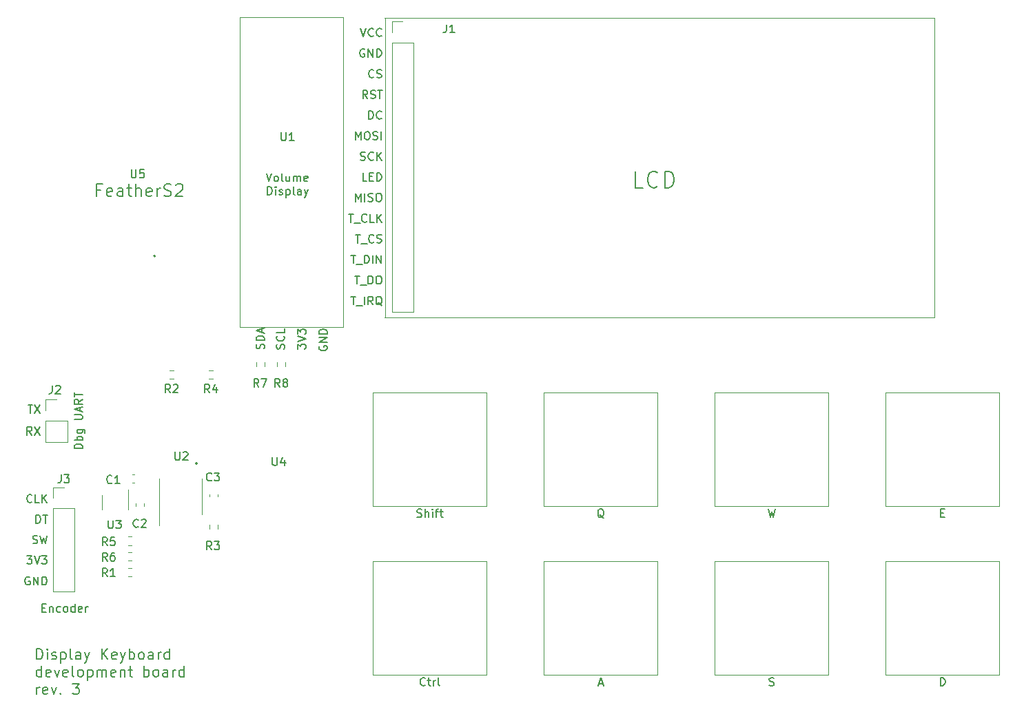
<source format=gbr>
%TF.GenerationSoftware,KiCad,Pcbnew,(5.1.9)-1*%
%TF.CreationDate,2021-03-23T20:34:14-07:00*%
%TF.ProjectId,Keyboard Proto,4b657962-6f61-4726-9420-50726f746f2e,rev?*%
%TF.SameCoordinates,Original*%
%TF.FileFunction,Legend,Top*%
%TF.FilePolarity,Positive*%
%FSLAX46Y46*%
G04 Gerber Fmt 4.6, Leading zero omitted, Abs format (unit mm)*
G04 Created by KiCad (PCBNEW (5.1.9)-1) date 2021-03-23 20:34:14*
%MOMM*%
%LPD*%
G01*
G04 APERTURE LIST*
%ADD10C,0.220000*%
%ADD11C,0.150000*%
%ADD12C,0.200000*%
%ADD13C,0.120000*%
G04 APERTURE END LIST*
D10*
X113474500Y-112268000D02*
G75*
G03*
X113474500Y-112268000I-63500J0D01*
G01*
D11*
X121991761Y-76605380D02*
X122325095Y-77605380D01*
X122658428Y-76605380D01*
X123134619Y-77605380D02*
X123039380Y-77557761D01*
X122991761Y-77510142D01*
X122944142Y-77414904D01*
X122944142Y-77129190D01*
X122991761Y-77033952D01*
X123039380Y-76986333D01*
X123134619Y-76938714D01*
X123277476Y-76938714D01*
X123372714Y-76986333D01*
X123420333Y-77033952D01*
X123467952Y-77129190D01*
X123467952Y-77414904D01*
X123420333Y-77510142D01*
X123372714Y-77557761D01*
X123277476Y-77605380D01*
X123134619Y-77605380D01*
X124039380Y-77605380D02*
X123944142Y-77557761D01*
X123896523Y-77462523D01*
X123896523Y-76605380D01*
X124848904Y-76938714D02*
X124848904Y-77605380D01*
X124420333Y-76938714D02*
X124420333Y-77462523D01*
X124467952Y-77557761D01*
X124563190Y-77605380D01*
X124706047Y-77605380D01*
X124801285Y-77557761D01*
X124848904Y-77510142D01*
X125325095Y-77605380D02*
X125325095Y-76938714D01*
X125325095Y-77033952D02*
X125372714Y-76986333D01*
X125467952Y-76938714D01*
X125610809Y-76938714D01*
X125706047Y-76986333D01*
X125753666Y-77081571D01*
X125753666Y-77605380D01*
X125753666Y-77081571D02*
X125801285Y-76986333D01*
X125896523Y-76938714D01*
X126039380Y-76938714D01*
X126134619Y-76986333D01*
X126182238Y-77081571D01*
X126182238Y-77605380D01*
X127039380Y-77557761D02*
X126944142Y-77605380D01*
X126753666Y-77605380D01*
X126658428Y-77557761D01*
X126610809Y-77462523D01*
X126610809Y-77081571D01*
X126658428Y-76986333D01*
X126753666Y-76938714D01*
X126944142Y-76938714D01*
X127039380Y-76986333D01*
X127087000Y-77081571D01*
X127087000Y-77176809D01*
X126610809Y-77272047D01*
X122134619Y-79255380D02*
X122134619Y-78255380D01*
X122372714Y-78255380D01*
X122515571Y-78303000D01*
X122610809Y-78398238D01*
X122658428Y-78493476D01*
X122706047Y-78683952D01*
X122706047Y-78826809D01*
X122658428Y-79017285D01*
X122610809Y-79112523D01*
X122515571Y-79207761D01*
X122372714Y-79255380D01*
X122134619Y-79255380D01*
X123134619Y-79255380D02*
X123134619Y-78588714D01*
X123134619Y-78255380D02*
X123087000Y-78303000D01*
X123134619Y-78350619D01*
X123182238Y-78303000D01*
X123134619Y-78255380D01*
X123134619Y-78350619D01*
X123563190Y-79207761D02*
X123658428Y-79255380D01*
X123848904Y-79255380D01*
X123944142Y-79207761D01*
X123991761Y-79112523D01*
X123991761Y-79064904D01*
X123944142Y-78969666D01*
X123848904Y-78922047D01*
X123706047Y-78922047D01*
X123610809Y-78874428D01*
X123563190Y-78779190D01*
X123563190Y-78731571D01*
X123610809Y-78636333D01*
X123706047Y-78588714D01*
X123848904Y-78588714D01*
X123944142Y-78636333D01*
X124420333Y-78588714D02*
X124420333Y-79588714D01*
X124420333Y-78636333D02*
X124515571Y-78588714D01*
X124706047Y-78588714D01*
X124801285Y-78636333D01*
X124848904Y-78683952D01*
X124896523Y-78779190D01*
X124896523Y-79064904D01*
X124848904Y-79160142D01*
X124801285Y-79207761D01*
X124706047Y-79255380D01*
X124515571Y-79255380D01*
X124420333Y-79207761D01*
X125467952Y-79255380D02*
X125372714Y-79207761D01*
X125325095Y-79112523D01*
X125325095Y-78255380D01*
X126277476Y-79255380D02*
X126277476Y-78731571D01*
X126229857Y-78636333D01*
X126134619Y-78588714D01*
X125944142Y-78588714D01*
X125848904Y-78636333D01*
X126277476Y-79207761D02*
X126182238Y-79255380D01*
X125944142Y-79255380D01*
X125848904Y-79207761D01*
X125801285Y-79112523D01*
X125801285Y-79017285D01*
X125848904Y-78922047D01*
X125944142Y-78874428D01*
X126182238Y-78874428D01*
X126277476Y-78826809D01*
X126658428Y-78588714D02*
X126896523Y-79255380D01*
X127134619Y-78588714D02*
X126896523Y-79255380D01*
X126801285Y-79493476D01*
X126753666Y-79541095D01*
X126658428Y-79588714D01*
X99385380Y-110441952D02*
X98385380Y-110441952D01*
X98385380Y-110203857D01*
X98433000Y-110061000D01*
X98528238Y-109965761D01*
X98623476Y-109918142D01*
X98813952Y-109870523D01*
X98956809Y-109870523D01*
X99147285Y-109918142D01*
X99242523Y-109965761D01*
X99337761Y-110061000D01*
X99385380Y-110203857D01*
X99385380Y-110441952D01*
X99385380Y-109441952D02*
X98385380Y-109441952D01*
X98766333Y-109441952D02*
X98718714Y-109346714D01*
X98718714Y-109156238D01*
X98766333Y-109061000D01*
X98813952Y-109013380D01*
X98909190Y-108965761D01*
X99194904Y-108965761D01*
X99290142Y-109013380D01*
X99337761Y-109061000D01*
X99385380Y-109156238D01*
X99385380Y-109346714D01*
X99337761Y-109441952D01*
X98718714Y-108108619D02*
X99528238Y-108108619D01*
X99623476Y-108156238D01*
X99671095Y-108203857D01*
X99718714Y-108299095D01*
X99718714Y-108441952D01*
X99671095Y-108537190D01*
X99337761Y-108108619D02*
X99385380Y-108203857D01*
X99385380Y-108394333D01*
X99337761Y-108489571D01*
X99290142Y-108537190D01*
X99194904Y-108584809D01*
X98909190Y-108584809D01*
X98813952Y-108537190D01*
X98766333Y-108489571D01*
X98718714Y-108394333D01*
X98718714Y-108203857D01*
X98766333Y-108108619D01*
X98385380Y-106870523D02*
X99194904Y-106870523D01*
X99290142Y-106822904D01*
X99337761Y-106775285D01*
X99385380Y-106680047D01*
X99385380Y-106489571D01*
X99337761Y-106394333D01*
X99290142Y-106346714D01*
X99194904Y-106299095D01*
X98385380Y-106299095D01*
X99099666Y-105870523D02*
X99099666Y-105394333D01*
X99385380Y-105965761D02*
X98385380Y-105632428D01*
X99385380Y-105299095D01*
X99385380Y-104394333D02*
X98909190Y-104727666D01*
X99385380Y-104965761D02*
X98385380Y-104965761D01*
X98385380Y-104584809D01*
X98433000Y-104489571D01*
X98480619Y-104441952D01*
X98575857Y-104394333D01*
X98718714Y-104394333D01*
X98813952Y-104441952D01*
X98861571Y-104489571D01*
X98909190Y-104584809D01*
X98909190Y-104965761D01*
X98385380Y-104108619D02*
X98385380Y-103537190D01*
X99385380Y-103822904D02*
X98385380Y-103822904D01*
D12*
X101660042Y-78658257D02*
X101160042Y-78658257D01*
X101160042Y-79443971D02*
X101160042Y-77943971D01*
X101874328Y-77943971D01*
X103017185Y-79372542D02*
X102874328Y-79443971D01*
X102588614Y-79443971D01*
X102445757Y-79372542D01*
X102374328Y-79229685D01*
X102374328Y-78658257D01*
X102445757Y-78515400D01*
X102588614Y-78443971D01*
X102874328Y-78443971D01*
X103017185Y-78515400D01*
X103088614Y-78658257D01*
X103088614Y-78801114D01*
X102374328Y-78943971D01*
X104374328Y-79443971D02*
X104374328Y-78658257D01*
X104302900Y-78515400D01*
X104160042Y-78443971D01*
X103874328Y-78443971D01*
X103731471Y-78515400D01*
X104374328Y-79372542D02*
X104231471Y-79443971D01*
X103874328Y-79443971D01*
X103731471Y-79372542D01*
X103660042Y-79229685D01*
X103660042Y-79086828D01*
X103731471Y-78943971D01*
X103874328Y-78872542D01*
X104231471Y-78872542D01*
X104374328Y-78801114D01*
X104874328Y-78443971D02*
X105445757Y-78443971D01*
X105088614Y-77943971D02*
X105088614Y-79229685D01*
X105160042Y-79372542D01*
X105302900Y-79443971D01*
X105445757Y-79443971D01*
X105945757Y-79443971D02*
X105945757Y-77943971D01*
X106588614Y-79443971D02*
X106588614Y-78658257D01*
X106517185Y-78515400D01*
X106374328Y-78443971D01*
X106160042Y-78443971D01*
X106017185Y-78515400D01*
X105945757Y-78586828D01*
X107874328Y-79372542D02*
X107731471Y-79443971D01*
X107445757Y-79443971D01*
X107302900Y-79372542D01*
X107231471Y-79229685D01*
X107231471Y-78658257D01*
X107302900Y-78515400D01*
X107445757Y-78443971D01*
X107731471Y-78443971D01*
X107874328Y-78515400D01*
X107945757Y-78658257D01*
X107945757Y-78801114D01*
X107231471Y-78943971D01*
X108588614Y-79443971D02*
X108588614Y-78443971D01*
X108588614Y-78729685D02*
X108660042Y-78586828D01*
X108731471Y-78515400D01*
X108874328Y-78443971D01*
X109017185Y-78443971D01*
X109445757Y-79372542D02*
X109660042Y-79443971D01*
X110017185Y-79443971D01*
X110160042Y-79372542D01*
X110231471Y-79301114D01*
X110302900Y-79158257D01*
X110302900Y-79015400D01*
X110231471Y-78872542D01*
X110160042Y-78801114D01*
X110017185Y-78729685D01*
X109731471Y-78658257D01*
X109588614Y-78586828D01*
X109517185Y-78515400D01*
X109445757Y-78372542D01*
X109445757Y-78229685D01*
X109517185Y-78086828D01*
X109588614Y-78015400D01*
X109731471Y-77943971D01*
X110088614Y-77943971D01*
X110302900Y-78015400D01*
X110874328Y-78086828D02*
X110945757Y-78015400D01*
X111088614Y-77943971D01*
X111445757Y-77943971D01*
X111588614Y-78015400D01*
X111660042Y-78086828D01*
X111731471Y-78229685D01*
X111731471Y-78372542D01*
X111660042Y-78586828D01*
X110802900Y-79443971D01*
X111731471Y-79443971D01*
D11*
X128506600Y-97866104D02*
X128458980Y-97961342D01*
X128458980Y-98104200D01*
X128506600Y-98247057D01*
X128601838Y-98342295D01*
X128697076Y-98389914D01*
X128887552Y-98437533D01*
X129030409Y-98437533D01*
X129220885Y-98389914D01*
X129316123Y-98342295D01*
X129411361Y-98247057D01*
X129458980Y-98104200D01*
X129458980Y-98008961D01*
X129411361Y-97866104D01*
X129363742Y-97818485D01*
X129030409Y-97818485D01*
X129030409Y-98008961D01*
X129458980Y-97389914D02*
X128458980Y-97389914D01*
X129458980Y-96818485D01*
X128458980Y-96818485D01*
X129458980Y-96342295D02*
X128458980Y-96342295D01*
X128458980Y-96104200D01*
X128506600Y-95961342D01*
X128601838Y-95866104D01*
X128697076Y-95818485D01*
X128887552Y-95770866D01*
X129030409Y-95770866D01*
X129220885Y-95818485D01*
X129316123Y-95866104D01*
X129411361Y-95961342D01*
X129458980Y-96104200D01*
X129458980Y-96342295D01*
X125817380Y-98215295D02*
X125817380Y-97596247D01*
X126198333Y-97929580D01*
X126198333Y-97786723D01*
X126245952Y-97691485D01*
X126293571Y-97643866D01*
X126388809Y-97596247D01*
X126626904Y-97596247D01*
X126722142Y-97643866D01*
X126769761Y-97691485D01*
X126817380Y-97786723D01*
X126817380Y-98072438D01*
X126769761Y-98167676D01*
X126722142Y-98215295D01*
X125817380Y-97310533D02*
X126817380Y-96977200D01*
X125817380Y-96643866D01*
X125817380Y-96405771D02*
X125817380Y-95786723D01*
X126198333Y-96120057D01*
X126198333Y-95977200D01*
X126245952Y-95881961D01*
X126293571Y-95834342D01*
X126388809Y-95786723D01*
X126626904Y-95786723D01*
X126722142Y-95834342D01*
X126769761Y-95881961D01*
X126817380Y-95977200D01*
X126817380Y-96262914D01*
X126769761Y-96358152D01*
X126722142Y-96405771D01*
X124178961Y-98193076D02*
X124226580Y-98050219D01*
X124226580Y-97812123D01*
X124178961Y-97716885D01*
X124131342Y-97669266D01*
X124036104Y-97621647D01*
X123940866Y-97621647D01*
X123845628Y-97669266D01*
X123798009Y-97716885D01*
X123750390Y-97812123D01*
X123702771Y-98002600D01*
X123655152Y-98097838D01*
X123607533Y-98145457D01*
X123512295Y-98193076D01*
X123417057Y-98193076D01*
X123321819Y-98145457D01*
X123274200Y-98097838D01*
X123226580Y-98002600D01*
X123226580Y-97764504D01*
X123274200Y-97621647D01*
X124131342Y-96621647D02*
X124178961Y-96669266D01*
X124226580Y-96812123D01*
X124226580Y-96907361D01*
X124178961Y-97050219D01*
X124083723Y-97145457D01*
X123988485Y-97193076D01*
X123798009Y-97240695D01*
X123655152Y-97240695D01*
X123464676Y-97193076D01*
X123369438Y-97145457D01*
X123274200Y-97050219D01*
X123226580Y-96907361D01*
X123226580Y-96812123D01*
X123274200Y-96669266D01*
X123321819Y-96621647D01*
X124226580Y-95716885D02*
X124226580Y-96193076D01*
X123226580Y-96193076D01*
X121689761Y-98166085D02*
X121737380Y-98023228D01*
X121737380Y-97785133D01*
X121689761Y-97689895D01*
X121642142Y-97642276D01*
X121546904Y-97594657D01*
X121451666Y-97594657D01*
X121356428Y-97642276D01*
X121308809Y-97689895D01*
X121261190Y-97785133D01*
X121213571Y-97975609D01*
X121165952Y-98070847D01*
X121118333Y-98118466D01*
X121023095Y-98166085D01*
X120927857Y-98166085D01*
X120832619Y-98118466D01*
X120785000Y-98070847D01*
X120737380Y-97975609D01*
X120737380Y-97737514D01*
X120785000Y-97594657D01*
X121737380Y-97166085D02*
X120737380Y-97166085D01*
X120737380Y-96927990D01*
X120785000Y-96785133D01*
X120880238Y-96689895D01*
X120975476Y-96642276D01*
X121165952Y-96594657D01*
X121308809Y-96594657D01*
X121499285Y-96642276D01*
X121594523Y-96689895D01*
X121689761Y-96785133D01*
X121737380Y-96927990D01*
X121737380Y-97166085D01*
X121451666Y-96213704D02*
X121451666Y-95737514D01*
X121737380Y-96308942D02*
X120737380Y-95975609D01*
X121737380Y-95642276D01*
X93194261Y-117006642D02*
X93146642Y-117054261D01*
X93003785Y-117101880D01*
X92908547Y-117101880D01*
X92765690Y-117054261D01*
X92670452Y-116959023D01*
X92622833Y-116863785D01*
X92575214Y-116673309D01*
X92575214Y-116530452D01*
X92622833Y-116339976D01*
X92670452Y-116244738D01*
X92765690Y-116149500D01*
X92908547Y-116101880D01*
X93003785Y-116101880D01*
X93146642Y-116149500D01*
X93194261Y-116197119D01*
X94099023Y-117101880D02*
X93622833Y-117101880D01*
X93622833Y-116101880D01*
X94432357Y-117101880D02*
X94432357Y-116101880D01*
X95003785Y-117101880D02*
X94575214Y-116530452D01*
X95003785Y-116101880D02*
X94432357Y-116673309D01*
X93670451Y-119616480D02*
X93670451Y-118616480D01*
X93908547Y-118616480D01*
X94051404Y-118664100D01*
X94146642Y-118759338D01*
X94194261Y-118854576D01*
X94241880Y-119045052D01*
X94241880Y-119187909D01*
X94194261Y-119378385D01*
X94146642Y-119473623D01*
X94051404Y-119568861D01*
X93908547Y-119616480D01*
X93670451Y-119616480D01*
X94527594Y-118616480D02*
X95099023Y-118616480D01*
X94813309Y-119616480D02*
X94813309Y-118616480D01*
X93289500Y-122096161D02*
X93432357Y-122143780D01*
X93670452Y-122143780D01*
X93765690Y-122096161D01*
X93813309Y-122048542D01*
X93860928Y-121953304D01*
X93860928Y-121858066D01*
X93813309Y-121762828D01*
X93765690Y-121715209D01*
X93670452Y-121667590D01*
X93479976Y-121619971D01*
X93384738Y-121572352D01*
X93337119Y-121524733D01*
X93289500Y-121429495D01*
X93289500Y-121334257D01*
X93337119Y-121239019D01*
X93384738Y-121191400D01*
X93479976Y-121143780D01*
X93718071Y-121143780D01*
X93860928Y-121191400D01*
X94194262Y-121143780D02*
X94432357Y-122143780D01*
X94622833Y-121429495D01*
X94813309Y-122143780D01*
X95051404Y-121143780D01*
X92575213Y-123632980D02*
X93194261Y-123632980D01*
X92860928Y-124013933D01*
X93003785Y-124013933D01*
X93099023Y-124061552D01*
X93146642Y-124109171D01*
X93194261Y-124204409D01*
X93194261Y-124442504D01*
X93146642Y-124537742D01*
X93099023Y-124585361D01*
X93003785Y-124632980D01*
X92718070Y-124632980D01*
X92622832Y-124585361D01*
X92575213Y-124537742D01*
X93479975Y-123632980D02*
X93813309Y-124632980D01*
X94146642Y-123632980D01*
X94384737Y-123632980D02*
X95003785Y-123632980D01*
X94670451Y-124013933D01*
X94813309Y-124013933D01*
X94908547Y-124061552D01*
X94956166Y-124109171D01*
X95003785Y-124204409D01*
X95003785Y-124442504D01*
X94956166Y-124537742D01*
X94908547Y-124585361D01*
X94813309Y-124632980D01*
X94527594Y-124632980D01*
X94432356Y-124585361D01*
X94384737Y-124537742D01*
X93178333Y-108783380D02*
X92845000Y-108307190D01*
X92606904Y-108783380D02*
X92606904Y-107783380D01*
X92987857Y-107783380D01*
X93083095Y-107831000D01*
X93130714Y-107878619D01*
X93178333Y-107973857D01*
X93178333Y-108116714D01*
X93130714Y-108211952D01*
X93083095Y-108259571D01*
X92987857Y-108307190D01*
X92606904Y-108307190D01*
X93511666Y-107783380D02*
X94178333Y-108783380D01*
X94178333Y-107783380D02*
X93511666Y-108783380D01*
X92710095Y-105116380D02*
X93281523Y-105116380D01*
X92995809Y-106116380D02*
X92995809Y-105116380D01*
X93519619Y-105116380D02*
X94186285Y-106116380D01*
X94186285Y-105116380D02*
X93519619Y-106116380D01*
X92908547Y-126258700D02*
X92813309Y-126211080D01*
X92670452Y-126211080D01*
X92527594Y-126258700D01*
X92432356Y-126353938D01*
X92384737Y-126449176D01*
X92337118Y-126639652D01*
X92337118Y-126782509D01*
X92384737Y-126972985D01*
X92432356Y-127068223D01*
X92527594Y-127163461D01*
X92670452Y-127211080D01*
X92765690Y-127211080D01*
X92908547Y-127163461D01*
X92956166Y-127115842D01*
X92956166Y-126782509D01*
X92765690Y-126782509D01*
X93384737Y-127211080D02*
X93384737Y-126211080D01*
X93956166Y-127211080D01*
X93956166Y-126211080D01*
X94432356Y-127211080D02*
X94432356Y-126211080D01*
X94670452Y-126211080D01*
X94813309Y-126258700D01*
X94908547Y-126353938D01*
X94956166Y-126449176D01*
X95003785Y-126639652D01*
X95003785Y-126782509D01*
X94956166Y-126972985D01*
X94908547Y-127068223D01*
X94813309Y-127163461D01*
X94670452Y-127211080D01*
X94432356Y-127211080D01*
X94455004Y-130027371D02*
X94788338Y-130027371D01*
X94931195Y-130551180D02*
X94455004Y-130551180D01*
X94455004Y-129551180D01*
X94931195Y-129551180D01*
X95359766Y-129884514D02*
X95359766Y-130551180D01*
X95359766Y-129979752D02*
X95407385Y-129932133D01*
X95502623Y-129884514D01*
X95645480Y-129884514D01*
X95740719Y-129932133D01*
X95788338Y-130027371D01*
X95788338Y-130551180D01*
X96693100Y-130503561D02*
X96597861Y-130551180D01*
X96407385Y-130551180D01*
X96312147Y-130503561D01*
X96264528Y-130455942D01*
X96216909Y-130360704D01*
X96216909Y-130074990D01*
X96264528Y-129979752D01*
X96312147Y-129932133D01*
X96407385Y-129884514D01*
X96597861Y-129884514D01*
X96693100Y-129932133D01*
X97264528Y-130551180D02*
X97169290Y-130503561D01*
X97121671Y-130455942D01*
X97074052Y-130360704D01*
X97074052Y-130074990D01*
X97121671Y-129979752D01*
X97169290Y-129932133D01*
X97264528Y-129884514D01*
X97407385Y-129884514D01*
X97502623Y-129932133D01*
X97550242Y-129979752D01*
X97597861Y-130074990D01*
X97597861Y-130360704D01*
X97550242Y-130455942D01*
X97502623Y-130503561D01*
X97407385Y-130551180D01*
X97264528Y-130551180D01*
X98455004Y-130551180D02*
X98455004Y-129551180D01*
X98455004Y-130503561D02*
X98359766Y-130551180D01*
X98169290Y-130551180D01*
X98074052Y-130503561D01*
X98026433Y-130455942D01*
X97978814Y-130360704D01*
X97978814Y-130074990D01*
X98026433Y-129979752D01*
X98074052Y-129932133D01*
X98169290Y-129884514D01*
X98359766Y-129884514D01*
X98455004Y-129932133D01*
X99312147Y-130503561D02*
X99216909Y-130551180D01*
X99026433Y-130551180D01*
X98931195Y-130503561D01*
X98883576Y-130408323D01*
X98883576Y-130027371D01*
X98931195Y-129932133D01*
X99026433Y-129884514D01*
X99216909Y-129884514D01*
X99312147Y-129932133D01*
X99359766Y-130027371D01*
X99359766Y-130122609D01*
X98883576Y-130217847D01*
X99788338Y-130551180D02*
X99788338Y-129884514D01*
X99788338Y-130074990D02*
X99835957Y-129979752D01*
X99883576Y-129932133D01*
X99978814Y-129884514D01*
X100074052Y-129884514D01*
D12*
X168265647Y-78374761D02*
X167313266Y-78374761D01*
X167313266Y-76374761D01*
X170075171Y-78184285D02*
X169979933Y-78279523D01*
X169694219Y-78374761D01*
X169503742Y-78374761D01*
X169218028Y-78279523D01*
X169027552Y-78089047D01*
X168932314Y-77898571D01*
X168837076Y-77517619D01*
X168837076Y-77231904D01*
X168932314Y-76850952D01*
X169027552Y-76660476D01*
X169218028Y-76470000D01*
X169503742Y-76374761D01*
X169694219Y-76374761D01*
X169979933Y-76470000D01*
X170075171Y-76565238D01*
X170932314Y-78374761D02*
X170932314Y-76374761D01*
X171408504Y-76374761D01*
X171694219Y-76470000D01*
X171884695Y-76660476D01*
X171979933Y-76850952D01*
X172075171Y-77231904D01*
X172075171Y-77517619D01*
X171979933Y-77898571D01*
X171884695Y-78089047D01*
X171694219Y-78279523D01*
X171408504Y-78374761D01*
X170932314Y-78374761D01*
D13*
X204089000Y-57480200D02*
X136525000Y-57480200D01*
X204089000Y-94335600D02*
X204089000Y-57480200D01*
X136525000Y-94335600D02*
X204089000Y-94335600D01*
X136626600Y-57480200D02*
X136626600Y-94335600D01*
D11*
X132375590Y-91755980D02*
X132947019Y-91755980D01*
X132661304Y-92755980D02*
X132661304Y-91755980D01*
X133042257Y-92851219D02*
X133804162Y-92851219D01*
X134042257Y-92755980D02*
X134042257Y-91755980D01*
X135089876Y-92755980D02*
X134756542Y-92279790D01*
X134518447Y-92755980D02*
X134518447Y-91755980D01*
X134899400Y-91755980D01*
X134994638Y-91803600D01*
X135042257Y-91851219D01*
X135089876Y-91946457D01*
X135089876Y-92089314D01*
X135042257Y-92184552D01*
X134994638Y-92232171D01*
X134899400Y-92279790D01*
X134518447Y-92279790D01*
X136185114Y-92851219D02*
X136089876Y-92803600D01*
X135994638Y-92708361D01*
X135851781Y-92565504D01*
X135756542Y-92517885D01*
X135661304Y-92517885D01*
X135708923Y-92755980D02*
X135613685Y-92708361D01*
X135518447Y-92613123D01*
X135470828Y-92422647D01*
X135470828Y-92089314D01*
X135518447Y-91898838D01*
X135613685Y-91803600D01*
X135708923Y-91755980D01*
X135899400Y-91755980D01*
X135994638Y-91803600D01*
X136089876Y-91898838D01*
X136137495Y-92089314D01*
X136137495Y-92422647D01*
X136089876Y-92613123D01*
X135994638Y-92708361D01*
X135899400Y-92755980D01*
X135708923Y-92755980D01*
X132851780Y-89219884D02*
X133423209Y-89219884D01*
X133137495Y-90219884D02*
X133137495Y-89219884D01*
X133518447Y-90315123D02*
X134280352Y-90315123D01*
X134518447Y-90219884D02*
X134518447Y-89219884D01*
X134756542Y-89219884D01*
X134899399Y-89267504D01*
X134994637Y-89362742D01*
X135042257Y-89457980D01*
X135089876Y-89648456D01*
X135089876Y-89791313D01*
X135042257Y-89981789D01*
X134994637Y-90077027D01*
X134899399Y-90172265D01*
X134756542Y-90219884D01*
X134518447Y-90219884D01*
X135708923Y-89219884D02*
X135899399Y-89219884D01*
X135994637Y-89267504D01*
X136089876Y-89362742D01*
X136137495Y-89553218D01*
X136137495Y-89886551D01*
X136089876Y-90077027D01*
X135994637Y-90172265D01*
X135899399Y-90219884D01*
X135708923Y-90219884D01*
X135613685Y-90172265D01*
X135518447Y-90077027D01*
X135470828Y-89886551D01*
X135470828Y-89553218D01*
X135518447Y-89362742D01*
X135613685Y-89267504D01*
X135708923Y-89219884D01*
X132375590Y-86683792D02*
X132947019Y-86683792D01*
X132661304Y-87683792D02*
X132661304Y-86683792D01*
X133042257Y-87779031D02*
X133804162Y-87779031D01*
X134042257Y-87683792D02*
X134042257Y-86683792D01*
X134280352Y-86683792D01*
X134423209Y-86731412D01*
X134518447Y-86826650D01*
X134566066Y-86921888D01*
X134613685Y-87112364D01*
X134613685Y-87255221D01*
X134566066Y-87445697D01*
X134518447Y-87540935D01*
X134423209Y-87636173D01*
X134280352Y-87683792D01*
X134042257Y-87683792D01*
X135042257Y-87683792D02*
X135042257Y-86683792D01*
X135518447Y-87683792D02*
X135518447Y-86683792D01*
X136089876Y-87683792D01*
X136089876Y-86683792D01*
X132947019Y-84147700D02*
X133518448Y-84147700D01*
X133232734Y-85147700D02*
X133232734Y-84147700D01*
X133613686Y-85242939D02*
X134375591Y-85242939D01*
X135185115Y-85052462D02*
X135137496Y-85100081D01*
X134994638Y-85147700D01*
X134899400Y-85147700D01*
X134756543Y-85100081D01*
X134661305Y-85004843D01*
X134613686Y-84909605D01*
X134566067Y-84719129D01*
X134566067Y-84576272D01*
X134613686Y-84385796D01*
X134661305Y-84290558D01*
X134756543Y-84195320D01*
X134899400Y-84147700D01*
X134994638Y-84147700D01*
X135137496Y-84195320D01*
X135185115Y-84242939D01*
X135566067Y-85100081D02*
X135708924Y-85147700D01*
X135947019Y-85147700D01*
X136042257Y-85100081D01*
X136089877Y-85052462D01*
X136137496Y-84957224D01*
X136137496Y-84861986D01*
X136089877Y-84766748D01*
X136042257Y-84719129D01*
X135947019Y-84671510D01*
X135756543Y-84623891D01*
X135661305Y-84576272D01*
X135613686Y-84528653D01*
X135566067Y-84433415D01*
X135566067Y-84338177D01*
X135613686Y-84242939D01*
X135661305Y-84195320D01*
X135756543Y-84147700D01*
X135994638Y-84147700D01*
X136137496Y-84195320D01*
X132089876Y-81611608D02*
X132661305Y-81611608D01*
X132375590Y-82611608D02*
X132375590Y-81611608D01*
X132756543Y-82706847D02*
X133518447Y-82706847D01*
X134327971Y-82516370D02*
X134280352Y-82563989D01*
X134137495Y-82611608D01*
X134042257Y-82611608D01*
X133899400Y-82563989D01*
X133804162Y-82468751D01*
X133756543Y-82373513D01*
X133708924Y-82183037D01*
X133708924Y-82040180D01*
X133756543Y-81849704D01*
X133804162Y-81754466D01*
X133899400Y-81659228D01*
X134042257Y-81611608D01*
X134137495Y-81611608D01*
X134280352Y-81659228D01*
X134327971Y-81706847D01*
X135232733Y-82611608D02*
X134756543Y-82611608D01*
X134756543Y-81611608D01*
X135566066Y-82611608D02*
X135566066Y-81611608D01*
X136137495Y-82611608D02*
X135708924Y-82040180D01*
X136137495Y-81611608D02*
X135566066Y-82183037D01*
X132947019Y-80075516D02*
X132947019Y-79075516D01*
X133280352Y-79789802D01*
X133613686Y-79075516D01*
X133613686Y-80075516D01*
X134089876Y-80075516D02*
X134089876Y-79075516D01*
X134518448Y-80027897D02*
X134661305Y-80075516D01*
X134899400Y-80075516D01*
X134994638Y-80027897D01*
X135042257Y-79980278D01*
X135089876Y-79885040D01*
X135089876Y-79789802D01*
X135042257Y-79694564D01*
X134994638Y-79646945D01*
X134899400Y-79599326D01*
X134708924Y-79551707D01*
X134613686Y-79504088D01*
X134566067Y-79456469D01*
X134518448Y-79361231D01*
X134518448Y-79265993D01*
X134566067Y-79170755D01*
X134613686Y-79123136D01*
X134708924Y-79075516D01*
X134947019Y-79075516D01*
X135089876Y-79123136D01*
X135708924Y-79075516D02*
X135899400Y-79075516D01*
X135994638Y-79123136D01*
X136089876Y-79218374D01*
X136137495Y-79408850D01*
X136137495Y-79742183D01*
X136089876Y-79932659D01*
X135994638Y-80027897D01*
X135899400Y-80075516D01*
X135708924Y-80075516D01*
X135613686Y-80027897D01*
X135518448Y-79932659D01*
X135470828Y-79742183D01*
X135470828Y-79408850D01*
X135518448Y-79218374D01*
X135613686Y-79123136D01*
X135708924Y-79075516D01*
X134327971Y-77539424D02*
X133851781Y-77539424D01*
X133851781Y-76539424D01*
X134661305Y-77015615D02*
X134994638Y-77015615D01*
X135137495Y-77539424D02*
X134661305Y-77539424D01*
X134661305Y-76539424D01*
X135137495Y-76539424D01*
X135566067Y-77539424D02*
X135566067Y-76539424D01*
X135804162Y-76539424D01*
X135947019Y-76587044D01*
X136042257Y-76682282D01*
X136089876Y-76777520D01*
X136137495Y-76967996D01*
X136137495Y-77110853D01*
X136089876Y-77301329D01*
X136042257Y-77396567D01*
X135947019Y-77491805D01*
X135804162Y-77539424D01*
X135566067Y-77539424D01*
X133566066Y-74955713D02*
X133708923Y-75003332D01*
X133947019Y-75003332D01*
X134042257Y-74955713D01*
X134089876Y-74908094D01*
X134137495Y-74812856D01*
X134137495Y-74717618D01*
X134089876Y-74622380D01*
X134042257Y-74574761D01*
X133947019Y-74527142D01*
X133756542Y-74479523D01*
X133661304Y-74431904D01*
X133613685Y-74384285D01*
X133566066Y-74289047D01*
X133566066Y-74193809D01*
X133613685Y-74098571D01*
X133661304Y-74050952D01*
X133756542Y-74003332D01*
X133994638Y-74003332D01*
X134137495Y-74050952D01*
X135137495Y-74908094D02*
X135089876Y-74955713D01*
X134947019Y-75003332D01*
X134851781Y-75003332D01*
X134708923Y-74955713D01*
X134613685Y-74860475D01*
X134566066Y-74765237D01*
X134518447Y-74574761D01*
X134518447Y-74431904D01*
X134566066Y-74241428D01*
X134613685Y-74146190D01*
X134708923Y-74050952D01*
X134851781Y-74003332D01*
X134947019Y-74003332D01*
X135089876Y-74050952D01*
X135137495Y-74098571D01*
X135566066Y-75003332D02*
X135566066Y-74003332D01*
X136137495Y-75003332D02*
X135708923Y-74431904D01*
X136137495Y-74003332D02*
X135566066Y-74574761D01*
X132947019Y-72467240D02*
X132947019Y-71467240D01*
X133280352Y-72181526D01*
X133613686Y-71467240D01*
X133613686Y-72467240D01*
X134280352Y-71467240D02*
X134470828Y-71467240D01*
X134566067Y-71514860D01*
X134661305Y-71610098D01*
X134708924Y-71800574D01*
X134708924Y-72133907D01*
X134661305Y-72324383D01*
X134566067Y-72419621D01*
X134470828Y-72467240D01*
X134280352Y-72467240D01*
X134185114Y-72419621D01*
X134089876Y-72324383D01*
X134042257Y-72133907D01*
X134042257Y-71800574D01*
X134089876Y-71610098D01*
X134185114Y-71514860D01*
X134280352Y-71467240D01*
X135089876Y-72419621D02*
X135232733Y-72467240D01*
X135470828Y-72467240D01*
X135566067Y-72419621D01*
X135613686Y-72372002D01*
X135661305Y-72276764D01*
X135661305Y-72181526D01*
X135613686Y-72086288D01*
X135566067Y-72038669D01*
X135470828Y-71991050D01*
X135280352Y-71943431D01*
X135185114Y-71895812D01*
X135137495Y-71848193D01*
X135089876Y-71752955D01*
X135089876Y-71657717D01*
X135137495Y-71562479D01*
X135185114Y-71514860D01*
X135280352Y-71467240D01*
X135518448Y-71467240D01*
X135661305Y-71514860D01*
X136089876Y-72467240D02*
X136089876Y-71467240D01*
X134566067Y-69931148D02*
X134566067Y-68931148D01*
X134804162Y-68931148D01*
X134947019Y-68978768D01*
X135042257Y-69074006D01*
X135089876Y-69169244D01*
X135137495Y-69359720D01*
X135137495Y-69502577D01*
X135089876Y-69693053D01*
X135042257Y-69788291D01*
X134947019Y-69883529D01*
X134804162Y-69931148D01*
X134566067Y-69931148D01*
X136137495Y-69835910D02*
X136089876Y-69883529D01*
X135947019Y-69931148D01*
X135851781Y-69931148D01*
X135708924Y-69883529D01*
X135613686Y-69788291D01*
X135566067Y-69693053D01*
X135518448Y-69502577D01*
X135518448Y-69359720D01*
X135566067Y-69169244D01*
X135613686Y-69074006D01*
X135708924Y-68978768D01*
X135851781Y-68931148D01*
X135947019Y-68931148D01*
X136089876Y-68978768D01*
X136137495Y-69026387D01*
X134423209Y-67395056D02*
X134089876Y-66918866D01*
X133851781Y-67395056D02*
X133851781Y-66395056D01*
X134232733Y-66395056D01*
X134327971Y-66442676D01*
X134375590Y-66490295D01*
X134423209Y-66585533D01*
X134423209Y-66728390D01*
X134375590Y-66823628D01*
X134327971Y-66871247D01*
X134232733Y-66918866D01*
X133851781Y-66918866D01*
X134804162Y-67347437D02*
X134947019Y-67395056D01*
X135185114Y-67395056D01*
X135280352Y-67347437D01*
X135327971Y-67299818D01*
X135375590Y-67204580D01*
X135375590Y-67109342D01*
X135327971Y-67014104D01*
X135280352Y-66966485D01*
X135185114Y-66918866D01*
X134994638Y-66871247D01*
X134899400Y-66823628D01*
X134851781Y-66776009D01*
X134804162Y-66680771D01*
X134804162Y-66585533D01*
X134851781Y-66490295D01*
X134899400Y-66442676D01*
X134994638Y-66395056D01*
X135232733Y-66395056D01*
X135375590Y-66442676D01*
X135661305Y-66395056D02*
X136232733Y-66395056D01*
X135947019Y-67395056D02*
X135947019Y-66395056D01*
X135185114Y-64763726D02*
X135137495Y-64811345D01*
X134994638Y-64858964D01*
X134899400Y-64858964D01*
X134756542Y-64811345D01*
X134661304Y-64716107D01*
X134613685Y-64620869D01*
X134566066Y-64430393D01*
X134566066Y-64287536D01*
X134613685Y-64097060D01*
X134661304Y-64001822D01*
X134756542Y-63906584D01*
X134899400Y-63858964D01*
X134994638Y-63858964D01*
X135137495Y-63906584D01*
X135185114Y-63954203D01*
X135566066Y-64811345D02*
X135708923Y-64858964D01*
X135947019Y-64858964D01*
X136042257Y-64811345D01*
X136089876Y-64763726D01*
X136137495Y-64668488D01*
X136137495Y-64573250D01*
X136089876Y-64478012D01*
X136042257Y-64430393D01*
X135947019Y-64382774D01*
X135756542Y-64335155D01*
X135661304Y-64287536D01*
X135613685Y-64239917D01*
X135566066Y-64144679D01*
X135566066Y-64049441D01*
X135613685Y-63954203D01*
X135661304Y-63906584D01*
X135756542Y-63858964D01*
X135994638Y-63858964D01*
X136137495Y-63906584D01*
X134042257Y-61370492D02*
X133947019Y-61322872D01*
X133804162Y-61322872D01*
X133661304Y-61370492D01*
X133566066Y-61465730D01*
X133518447Y-61560968D01*
X133470828Y-61751444D01*
X133470828Y-61894301D01*
X133518447Y-62084777D01*
X133566066Y-62180015D01*
X133661304Y-62275253D01*
X133804162Y-62322872D01*
X133899400Y-62322872D01*
X134042257Y-62275253D01*
X134089876Y-62227634D01*
X134089876Y-61894301D01*
X133899400Y-61894301D01*
X134518447Y-62322872D02*
X134518447Y-61322872D01*
X135089876Y-62322872D01*
X135089876Y-61322872D01*
X135566066Y-62322872D02*
X135566066Y-61322872D01*
X135804162Y-61322872D01*
X135947019Y-61370492D01*
X136042257Y-61465730D01*
X136089876Y-61560968D01*
X136137495Y-61751444D01*
X136137495Y-61894301D01*
X136089876Y-62084777D01*
X136042257Y-62180015D01*
X135947019Y-62275253D01*
X135804162Y-62322872D01*
X135566066Y-62322872D01*
X133566066Y-58786780D02*
X133899400Y-59786780D01*
X134232733Y-58786780D01*
X135137495Y-59691542D02*
X135089876Y-59739161D01*
X134947019Y-59786780D01*
X134851780Y-59786780D01*
X134708923Y-59739161D01*
X134613685Y-59643923D01*
X134566066Y-59548685D01*
X134518447Y-59358209D01*
X134518447Y-59215352D01*
X134566066Y-59024876D01*
X134613685Y-58929638D01*
X134708923Y-58834400D01*
X134851780Y-58786780D01*
X134947019Y-58786780D01*
X135089876Y-58834400D01*
X135137495Y-58882019D01*
X136137495Y-59691542D02*
X136089876Y-59739161D01*
X135947019Y-59786780D01*
X135851780Y-59786780D01*
X135708923Y-59739161D01*
X135613685Y-59643923D01*
X135566066Y-59548685D01*
X135518447Y-59358209D01*
X135518447Y-59215352D01*
X135566066Y-59024876D01*
X135613685Y-58929638D01*
X135708923Y-58834400D01*
X135851780Y-58786780D01*
X135947019Y-58786780D01*
X136089876Y-58834400D01*
X136137495Y-58882019D01*
D12*
X108359527Y-86766400D02*
G75*
G03*
X108359527Y-86766400I-104727J0D01*
G01*
X93784523Y-136360095D02*
X93784523Y-135060095D01*
X94094047Y-135060095D01*
X94279761Y-135122000D01*
X94403571Y-135245809D01*
X94465476Y-135369619D01*
X94527380Y-135617238D01*
X94527380Y-135802952D01*
X94465476Y-136050571D01*
X94403571Y-136174380D01*
X94279761Y-136298190D01*
X94094047Y-136360095D01*
X93784523Y-136360095D01*
X95084523Y-136360095D02*
X95084523Y-135493428D01*
X95084523Y-135060095D02*
X95022619Y-135122000D01*
X95084523Y-135183904D01*
X95146428Y-135122000D01*
X95084523Y-135060095D01*
X95084523Y-135183904D01*
X95641666Y-136298190D02*
X95765476Y-136360095D01*
X96013095Y-136360095D01*
X96136904Y-136298190D01*
X96198809Y-136174380D01*
X96198809Y-136112476D01*
X96136904Y-135988666D01*
X96013095Y-135926761D01*
X95827380Y-135926761D01*
X95703571Y-135864857D01*
X95641666Y-135741047D01*
X95641666Y-135679142D01*
X95703571Y-135555333D01*
X95827380Y-135493428D01*
X96013095Y-135493428D01*
X96136904Y-135555333D01*
X96755952Y-135493428D02*
X96755952Y-136793428D01*
X96755952Y-135555333D02*
X96879761Y-135493428D01*
X97127380Y-135493428D01*
X97251190Y-135555333D01*
X97313095Y-135617238D01*
X97375000Y-135741047D01*
X97375000Y-136112476D01*
X97313095Y-136236285D01*
X97251190Y-136298190D01*
X97127380Y-136360095D01*
X96879761Y-136360095D01*
X96755952Y-136298190D01*
X98117857Y-136360095D02*
X97994047Y-136298190D01*
X97932142Y-136174380D01*
X97932142Y-135060095D01*
X99170238Y-136360095D02*
X99170238Y-135679142D01*
X99108333Y-135555333D01*
X98984523Y-135493428D01*
X98736904Y-135493428D01*
X98613095Y-135555333D01*
X99170238Y-136298190D02*
X99046428Y-136360095D01*
X98736904Y-136360095D01*
X98613095Y-136298190D01*
X98551190Y-136174380D01*
X98551190Y-136050571D01*
X98613095Y-135926761D01*
X98736904Y-135864857D01*
X99046428Y-135864857D01*
X99170238Y-135802952D01*
X99665476Y-135493428D02*
X99975000Y-136360095D01*
X100284523Y-135493428D02*
X99975000Y-136360095D01*
X99851190Y-136669619D01*
X99789285Y-136731523D01*
X99665476Y-136793428D01*
X101770238Y-136360095D02*
X101770238Y-135060095D01*
X102513095Y-136360095D02*
X101955952Y-135617238D01*
X102513095Y-135060095D02*
X101770238Y-135802952D01*
X103565476Y-136298190D02*
X103441666Y-136360095D01*
X103194047Y-136360095D01*
X103070238Y-136298190D01*
X103008333Y-136174380D01*
X103008333Y-135679142D01*
X103070238Y-135555333D01*
X103194047Y-135493428D01*
X103441666Y-135493428D01*
X103565476Y-135555333D01*
X103627380Y-135679142D01*
X103627380Y-135802952D01*
X103008333Y-135926761D01*
X104060714Y-135493428D02*
X104370238Y-136360095D01*
X104679761Y-135493428D02*
X104370238Y-136360095D01*
X104246428Y-136669619D01*
X104184523Y-136731523D01*
X104060714Y-136793428D01*
X105175000Y-136360095D02*
X105175000Y-135060095D01*
X105175000Y-135555333D02*
X105298809Y-135493428D01*
X105546428Y-135493428D01*
X105670238Y-135555333D01*
X105732142Y-135617238D01*
X105794047Y-135741047D01*
X105794047Y-136112476D01*
X105732142Y-136236285D01*
X105670238Y-136298190D01*
X105546428Y-136360095D01*
X105298809Y-136360095D01*
X105175000Y-136298190D01*
X106536904Y-136360095D02*
X106413095Y-136298190D01*
X106351190Y-136236285D01*
X106289285Y-136112476D01*
X106289285Y-135741047D01*
X106351190Y-135617238D01*
X106413095Y-135555333D01*
X106536904Y-135493428D01*
X106722619Y-135493428D01*
X106846428Y-135555333D01*
X106908333Y-135617238D01*
X106970238Y-135741047D01*
X106970238Y-136112476D01*
X106908333Y-136236285D01*
X106846428Y-136298190D01*
X106722619Y-136360095D01*
X106536904Y-136360095D01*
X108084523Y-136360095D02*
X108084523Y-135679142D01*
X108022619Y-135555333D01*
X107898809Y-135493428D01*
X107651190Y-135493428D01*
X107527380Y-135555333D01*
X108084523Y-136298190D02*
X107960714Y-136360095D01*
X107651190Y-136360095D01*
X107527380Y-136298190D01*
X107465476Y-136174380D01*
X107465476Y-136050571D01*
X107527380Y-135926761D01*
X107651190Y-135864857D01*
X107960714Y-135864857D01*
X108084523Y-135802952D01*
X108703571Y-136360095D02*
X108703571Y-135493428D01*
X108703571Y-135741047D02*
X108765476Y-135617238D01*
X108827380Y-135555333D01*
X108951190Y-135493428D01*
X109075000Y-135493428D01*
X110065476Y-136360095D02*
X110065476Y-135060095D01*
X110065476Y-136298190D02*
X109941666Y-136360095D01*
X109694047Y-136360095D01*
X109570238Y-136298190D01*
X109508333Y-136236285D01*
X109446428Y-136112476D01*
X109446428Y-135741047D01*
X109508333Y-135617238D01*
X109570238Y-135555333D01*
X109694047Y-135493428D01*
X109941666Y-135493428D01*
X110065476Y-135555333D01*
X94341666Y-138510095D02*
X94341666Y-137210095D01*
X94341666Y-138448190D02*
X94217857Y-138510095D01*
X93970238Y-138510095D01*
X93846428Y-138448190D01*
X93784523Y-138386285D01*
X93722619Y-138262476D01*
X93722619Y-137891047D01*
X93784523Y-137767238D01*
X93846428Y-137705333D01*
X93970238Y-137643428D01*
X94217857Y-137643428D01*
X94341666Y-137705333D01*
X95455952Y-138448190D02*
X95332142Y-138510095D01*
X95084523Y-138510095D01*
X94960714Y-138448190D01*
X94898809Y-138324380D01*
X94898809Y-137829142D01*
X94960714Y-137705333D01*
X95084523Y-137643428D01*
X95332142Y-137643428D01*
X95455952Y-137705333D01*
X95517857Y-137829142D01*
X95517857Y-137952952D01*
X94898809Y-138076761D01*
X95951190Y-137643428D02*
X96260714Y-138510095D01*
X96570238Y-137643428D01*
X97560714Y-138448190D02*
X97436904Y-138510095D01*
X97189285Y-138510095D01*
X97065476Y-138448190D01*
X97003571Y-138324380D01*
X97003571Y-137829142D01*
X97065476Y-137705333D01*
X97189285Y-137643428D01*
X97436904Y-137643428D01*
X97560714Y-137705333D01*
X97622619Y-137829142D01*
X97622619Y-137952952D01*
X97003571Y-138076761D01*
X98365476Y-138510095D02*
X98241666Y-138448190D01*
X98179761Y-138324380D01*
X98179761Y-137210095D01*
X99046428Y-138510095D02*
X98922619Y-138448190D01*
X98860714Y-138386285D01*
X98798809Y-138262476D01*
X98798809Y-137891047D01*
X98860714Y-137767238D01*
X98922619Y-137705333D01*
X99046428Y-137643428D01*
X99232142Y-137643428D01*
X99355952Y-137705333D01*
X99417857Y-137767238D01*
X99479761Y-137891047D01*
X99479761Y-138262476D01*
X99417857Y-138386285D01*
X99355952Y-138448190D01*
X99232142Y-138510095D01*
X99046428Y-138510095D01*
X100036904Y-137643428D02*
X100036904Y-138943428D01*
X100036904Y-137705333D02*
X100160714Y-137643428D01*
X100408333Y-137643428D01*
X100532142Y-137705333D01*
X100594047Y-137767238D01*
X100655952Y-137891047D01*
X100655952Y-138262476D01*
X100594047Y-138386285D01*
X100532142Y-138448190D01*
X100408333Y-138510095D01*
X100160714Y-138510095D01*
X100036904Y-138448190D01*
X101213095Y-138510095D02*
X101213095Y-137643428D01*
X101213095Y-137767238D02*
X101275000Y-137705333D01*
X101398809Y-137643428D01*
X101584523Y-137643428D01*
X101708333Y-137705333D01*
X101770238Y-137829142D01*
X101770238Y-138510095D01*
X101770238Y-137829142D02*
X101832142Y-137705333D01*
X101955952Y-137643428D01*
X102141666Y-137643428D01*
X102265476Y-137705333D01*
X102327380Y-137829142D01*
X102327380Y-138510095D01*
X103441666Y-138448190D02*
X103317857Y-138510095D01*
X103070238Y-138510095D01*
X102946428Y-138448190D01*
X102884523Y-138324380D01*
X102884523Y-137829142D01*
X102946428Y-137705333D01*
X103070238Y-137643428D01*
X103317857Y-137643428D01*
X103441666Y-137705333D01*
X103503571Y-137829142D01*
X103503571Y-137952952D01*
X102884523Y-138076761D01*
X104060714Y-137643428D02*
X104060714Y-138510095D01*
X104060714Y-137767238D02*
X104122619Y-137705333D01*
X104246428Y-137643428D01*
X104432142Y-137643428D01*
X104555952Y-137705333D01*
X104617857Y-137829142D01*
X104617857Y-138510095D01*
X105051190Y-137643428D02*
X105546428Y-137643428D01*
X105236904Y-137210095D02*
X105236904Y-138324380D01*
X105298809Y-138448190D01*
X105422619Y-138510095D01*
X105546428Y-138510095D01*
X106970238Y-138510095D02*
X106970238Y-137210095D01*
X106970238Y-137705333D02*
X107094047Y-137643428D01*
X107341666Y-137643428D01*
X107465476Y-137705333D01*
X107527380Y-137767238D01*
X107589285Y-137891047D01*
X107589285Y-138262476D01*
X107527380Y-138386285D01*
X107465476Y-138448190D01*
X107341666Y-138510095D01*
X107094047Y-138510095D01*
X106970238Y-138448190D01*
X108332142Y-138510095D02*
X108208333Y-138448190D01*
X108146428Y-138386285D01*
X108084523Y-138262476D01*
X108084523Y-137891047D01*
X108146428Y-137767238D01*
X108208333Y-137705333D01*
X108332142Y-137643428D01*
X108517857Y-137643428D01*
X108641666Y-137705333D01*
X108703571Y-137767238D01*
X108765476Y-137891047D01*
X108765476Y-138262476D01*
X108703571Y-138386285D01*
X108641666Y-138448190D01*
X108517857Y-138510095D01*
X108332142Y-138510095D01*
X109879761Y-138510095D02*
X109879761Y-137829142D01*
X109817857Y-137705333D01*
X109694047Y-137643428D01*
X109446428Y-137643428D01*
X109322619Y-137705333D01*
X109879761Y-138448190D02*
X109755952Y-138510095D01*
X109446428Y-138510095D01*
X109322619Y-138448190D01*
X109260714Y-138324380D01*
X109260714Y-138200571D01*
X109322619Y-138076761D01*
X109446428Y-138014857D01*
X109755952Y-138014857D01*
X109879761Y-137952952D01*
X110498809Y-138510095D02*
X110498809Y-137643428D01*
X110498809Y-137891047D02*
X110560714Y-137767238D01*
X110622619Y-137705333D01*
X110746428Y-137643428D01*
X110870238Y-137643428D01*
X111860714Y-138510095D02*
X111860714Y-137210095D01*
X111860714Y-138448190D02*
X111736904Y-138510095D01*
X111489285Y-138510095D01*
X111365476Y-138448190D01*
X111303571Y-138386285D01*
X111241666Y-138262476D01*
X111241666Y-137891047D01*
X111303571Y-137767238D01*
X111365476Y-137705333D01*
X111489285Y-137643428D01*
X111736904Y-137643428D01*
X111860714Y-137705333D01*
X93784523Y-140660095D02*
X93784523Y-139793428D01*
X93784523Y-140041047D02*
X93846428Y-139917238D01*
X93908333Y-139855333D01*
X94032142Y-139793428D01*
X94155952Y-139793428D01*
X95084523Y-140598190D02*
X94960714Y-140660095D01*
X94713095Y-140660095D01*
X94589285Y-140598190D01*
X94527380Y-140474380D01*
X94527380Y-139979142D01*
X94589285Y-139855333D01*
X94713095Y-139793428D01*
X94960714Y-139793428D01*
X95084523Y-139855333D01*
X95146428Y-139979142D01*
X95146428Y-140102952D01*
X94527380Y-140226761D01*
X95579761Y-139793428D02*
X95889285Y-140660095D01*
X96198809Y-139793428D01*
X96694047Y-140536285D02*
X96755952Y-140598190D01*
X96694047Y-140660095D01*
X96632142Y-140598190D01*
X96694047Y-140536285D01*
X96694047Y-140660095D01*
X98179761Y-139360095D02*
X98984523Y-139360095D01*
X98551190Y-139855333D01*
X98736904Y-139855333D01*
X98860714Y-139917238D01*
X98922619Y-139979142D01*
X98984523Y-140102952D01*
X98984523Y-140412476D01*
X98922619Y-140536285D01*
X98860714Y-140598190D01*
X98736904Y-140660095D01*
X98365476Y-140660095D01*
X98241666Y-140598190D01*
X98179761Y-140536285D01*
D13*
%TO.C,R6*%
X105456758Y-124252250D02*
X104982242Y-124252250D01*
X105456758Y-123207250D02*
X104982242Y-123207250D01*
%TO.C,Q1*%
X156083000Y-117551200D02*
X156083000Y-103581200D01*
X170053000Y-117551200D02*
X156083000Y-117551200D01*
X170053000Y-103581200D02*
X170053000Y-117551200D01*
X156083000Y-103581200D02*
X170053000Y-103581200D01*
%TO.C,R7*%
X120762500Y-99838742D02*
X120762500Y-100313258D01*
X121807500Y-99838742D02*
X121807500Y-100313258D01*
%TO.C,R8*%
X124347500Y-99838742D02*
X124347500Y-100313258D01*
X123302500Y-99838742D02*
X123302500Y-100313258D01*
%TO.C,A1*%
X156083000Y-124307600D02*
X170053000Y-124307600D01*
X170053000Y-124307600D02*
X170053000Y-138277600D01*
X170053000Y-138277600D02*
X156083000Y-138277600D01*
X156083000Y-138277600D02*
X156083000Y-124307600D01*
%TO.C,D1*%
X198094600Y-124307600D02*
X212064600Y-124307600D01*
X212064600Y-124307600D02*
X212064600Y-138277600D01*
X212064600Y-138277600D02*
X198094600Y-138277600D01*
X198094600Y-138277600D02*
X198094600Y-124307600D01*
%TO.C,Shift1*%
X135077200Y-117551200D02*
X135077200Y-103581200D01*
X149047200Y-117551200D02*
X135077200Y-117551200D01*
X149047200Y-103581200D02*
X149047200Y-117551200D01*
X135077200Y-103581200D02*
X149047200Y-103581200D01*
%TO.C,Ctrl1*%
X135077200Y-124307600D02*
X149047200Y-124307600D01*
X149047200Y-124307600D02*
X149047200Y-138277600D01*
X149047200Y-138277600D02*
X135077200Y-138277600D01*
X135077200Y-138277600D02*
X135077200Y-124307600D01*
%TO.C,S1*%
X177088800Y-138277600D02*
X177088800Y-124307600D01*
X191058800Y-138277600D02*
X177088800Y-138277600D01*
X191058800Y-124307600D02*
X191058800Y-138277600D01*
X177088800Y-124307600D02*
X191058800Y-124307600D01*
%TO.C,E1*%
X198094600Y-117551200D02*
X198094600Y-103581200D01*
X212064600Y-117551200D02*
X198094600Y-117551200D01*
X212064600Y-103581200D02*
X212064600Y-117551200D01*
X198094600Y-103581200D02*
X212064600Y-103581200D01*
%TO.C,W1*%
X177088800Y-103581200D02*
X191058800Y-103581200D01*
X191058800Y-103581200D02*
X191058800Y-117551200D01*
X191058800Y-117551200D02*
X177088800Y-117551200D01*
X177088800Y-117551200D02*
X177088800Y-103581200D01*
%TO.C,J1*%
X137404800Y-57953600D02*
X138734800Y-57953600D01*
X137404800Y-59283600D02*
X137404800Y-57953600D01*
X137404800Y-60553600D02*
X140064800Y-60553600D01*
X140064800Y-60553600D02*
X140064800Y-93633600D01*
X137404800Y-60553600D02*
X137404800Y-93633600D01*
X137404800Y-93633600D02*
X140064800Y-93633600D01*
%TO.C,C1*%
X105523420Y-113663000D02*
X105804580Y-113663000D01*
X105523420Y-114683000D02*
X105804580Y-114683000D01*
%TO.C,C2*%
X106923300Y-117513980D02*
X106923300Y-117232820D01*
X105903300Y-117513980D02*
X105903300Y-117232820D01*
%TO.C,R1*%
X105456758Y-125144000D02*
X104982242Y-125144000D01*
X105456758Y-126189000D02*
X104982242Y-126189000D01*
%TO.C,R2*%
X110125742Y-100823500D02*
X110600258Y-100823500D01*
X110125742Y-101868500D02*
X110600258Y-101868500D01*
%TO.C,R3*%
X114984000Y-120315758D02*
X114984000Y-119841242D01*
X116029000Y-120315758D02*
X116029000Y-119841242D01*
%TO.C,R4*%
X115426258Y-100823500D02*
X114951742Y-100823500D01*
X115426258Y-101868500D02*
X114951742Y-101868500D01*
%TO.C,R5*%
X105456758Y-121270500D02*
X104982242Y-121270500D01*
X105456758Y-122315500D02*
X104982242Y-122315500D01*
%TO.C,U2*%
X114052500Y-116332000D02*
X114052500Y-114132000D01*
X114052500Y-116332000D02*
X114052500Y-118532000D01*
X108832500Y-116332000D02*
X108832500Y-114132000D01*
X108832500Y-116332000D02*
X108832500Y-119932000D01*
%TO.C,U3*%
X101793400Y-116143200D02*
X101793400Y-117943200D01*
X105013400Y-117943200D02*
X105013400Y-115493200D01*
%TO.C,J2*%
X94885200Y-104422900D02*
X96215200Y-104422900D01*
X94885200Y-105752900D02*
X94885200Y-104422900D01*
X94885200Y-107022900D02*
X97545200Y-107022900D01*
X97545200Y-107022900D02*
X97545200Y-109622900D01*
X94885200Y-107022900D02*
X94885200Y-109622900D01*
X94885200Y-109622900D02*
X97545200Y-109622900D01*
%TO.C,J3*%
X95774200Y-115205200D02*
X97104200Y-115205200D01*
X95774200Y-116535200D02*
X95774200Y-115205200D01*
X95774200Y-117805200D02*
X98434200Y-117805200D01*
X98434200Y-117805200D02*
X98434200Y-128025200D01*
X95774200Y-117805200D02*
X95774200Y-128025200D01*
X95774200Y-128025200D02*
X98434200Y-128025200D01*
%TO.C,U1*%
X118745000Y-95504000D02*
X131445000Y-95504000D01*
X118745000Y-57404000D02*
X118745000Y-95504000D01*
X131445000Y-57404000D02*
X118745000Y-57404000D01*
X131445000Y-95504000D02*
X131445000Y-57404000D01*
%TO.C,C3*%
X114996500Y-116077420D02*
X114996500Y-116358580D01*
X116016500Y-116077420D02*
X116016500Y-116358580D01*
%TO.C,U4*%
D11*
X122745595Y-111529880D02*
X122745595Y-112339404D01*
X122793214Y-112434642D01*
X122840833Y-112482261D01*
X122936071Y-112529880D01*
X123126547Y-112529880D01*
X123221785Y-112482261D01*
X123269404Y-112434642D01*
X123317023Y-112339404D01*
X123317023Y-111529880D01*
X124221785Y-111863214D02*
X124221785Y-112529880D01*
X123983690Y-111482261D02*
X123745595Y-112196547D01*
X124364642Y-112196547D01*
%TO.C,R6*%
X102449333Y-124277380D02*
X102116000Y-123801190D01*
X101877904Y-124277380D02*
X101877904Y-123277380D01*
X102258857Y-123277380D01*
X102354095Y-123325000D01*
X102401714Y-123372619D01*
X102449333Y-123467857D01*
X102449333Y-123610714D01*
X102401714Y-123705952D01*
X102354095Y-123753571D01*
X102258857Y-123801190D01*
X101877904Y-123801190D01*
X103306476Y-123277380D02*
X103116000Y-123277380D01*
X103020761Y-123325000D01*
X102973142Y-123372619D01*
X102877904Y-123515476D01*
X102830285Y-123705952D01*
X102830285Y-124086904D01*
X102877904Y-124182142D01*
X102925523Y-124229761D01*
X103020761Y-124277380D01*
X103211238Y-124277380D01*
X103306476Y-124229761D01*
X103354095Y-124182142D01*
X103401714Y-124086904D01*
X103401714Y-123848809D01*
X103354095Y-123753571D01*
X103306476Y-123705952D01*
X103211238Y-123658333D01*
X103020761Y-123658333D01*
X102925523Y-123705952D01*
X102877904Y-123753571D01*
X102830285Y-123848809D01*
%TO.C,Q1*%
X163448952Y-118987819D02*
X163353714Y-118940200D01*
X163258476Y-118844961D01*
X163115619Y-118702104D01*
X163020380Y-118654485D01*
X162925142Y-118654485D01*
X162972761Y-118892580D02*
X162877523Y-118844961D01*
X162782285Y-118749723D01*
X162734666Y-118559247D01*
X162734666Y-118225914D01*
X162782285Y-118035438D01*
X162877523Y-117940200D01*
X162972761Y-117892580D01*
X163163238Y-117892580D01*
X163258476Y-117940200D01*
X163353714Y-118035438D01*
X163401333Y-118225914D01*
X163401333Y-118559247D01*
X163353714Y-118749723D01*
X163258476Y-118844961D01*
X163163238Y-118892580D01*
X162972761Y-118892580D01*
%TO.C,R7*%
X121054833Y-102877880D02*
X120721500Y-102401690D01*
X120483404Y-102877880D02*
X120483404Y-101877880D01*
X120864357Y-101877880D01*
X120959595Y-101925500D01*
X121007214Y-101973119D01*
X121054833Y-102068357D01*
X121054833Y-102211214D01*
X121007214Y-102306452D01*
X120959595Y-102354071D01*
X120864357Y-102401690D01*
X120483404Y-102401690D01*
X121388166Y-101877880D02*
X122054833Y-101877880D01*
X121626261Y-102877880D01*
%TO.C,R8*%
X123658333Y-102877880D02*
X123325000Y-102401690D01*
X123086904Y-102877880D02*
X123086904Y-101877880D01*
X123467857Y-101877880D01*
X123563095Y-101925500D01*
X123610714Y-101973119D01*
X123658333Y-102068357D01*
X123658333Y-102211214D01*
X123610714Y-102306452D01*
X123563095Y-102354071D01*
X123467857Y-102401690D01*
X123086904Y-102401690D01*
X124229761Y-102306452D02*
X124134523Y-102258833D01*
X124086904Y-102211214D01*
X124039285Y-102115976D01*
X124039285Y-102068357D01*
X124086904Y-101973119D01*
X124134523Y-101925500D01*
X124229761Y-101877880D01*
X124420238Y-101877880D01*
X124515476Y-101925500D01*
X124563095Y-101973119D01*
X124610714Y-102068357D01*
X124610714Y-102115976D01*
X124563095Y-102211214D01*
X124515476Y-102258833D01*
X124420238Y-102306452D01*
X124229761Y-102306452D01*
X124134523Y-102354071D01*
X124086904Y-102401690D01*
X124039285Y-102496928D01*
X124039285Y-102687404D01*
X124086904Y-102782642D01*
X124134523Y-102830261D01*
X124229761Y-102877880D01*
X124420238Y-102877880D01*
X124515476Y-102830261D01*
X124563095Y-102782642D01*
X124610714Y-102687404D01*
X124610714Y-102496928D01*
X124563095Y-102401690D01*
X124515476Y-102354071D01*
X124420238Y-102306452D01*
%TO.C,A1*%
X162829904Y-139333266D02*
X163306095Y-139333266D01*
X162734666Y-139618980D02*
X163068000Y-138618980D01*
X163401333Y-139618980D01*
%TO.C,D1*%
X204817695Y-139618980D02*
X204817695Y-138618980D01*
X205055790Y-138618980D01*
X205198647Y-138666600D01*
X205293885Y-138761838D01*
X205341504Y-138857076D01*
X205389123Y-139047552D01*
X205389123Y-139190409D01*
X205341504Y-139380885D01*
X205293885Y-139476123D01*
X205198647Y-139571361D01*
X205055790Y-139618980D01*
X204817695Y-139618980D01*
%TO.C,Shift1*%
X140514580Y-118844961D02*
X140657438Y-118892580D01*
X140895533Y-118892580D01*
X140990771Y-118844961D01*
X141038390Y-118797342D01*
X141086009Y-118702104D01*
X141086009Y-118606866D01*
X141038390Y-118511628D01*
X140990771Y-118464009D01*
X140895533Y-118416390D01*
X140705057Y-118368771D01*
X140609819Y-118321152D01*
X140562200Y-118273533D01*
X140514580Y-118178295D01*
X140514580Y-118083057D01*
X140562200Y-117987819D01*
X140609819Y-117940200D01*
X140705057Y-117892580D01*
X140943152Y-117892580D01*
X141086009Y-117940200D01*
X141514580Y-118892580D02*
X141514580Y-117892580D01*
X141943152Y-118892580D02*
X141943152Y-118368771D01*
X141895533Y-118273533D01*
X141800295Y-118225914D01*
X141657438Y-118225914D01*
X141562200Y-118273533D01*
X141514580Y-118321152D01*
X142419342Y-118892580D02*
X142419342Y-118225914D01*
X142419342Y-117892580D02*
X142371723Y-117940200D01*
X142419342Y-117987819D01*
X142466961Y-117940200D01*
X142419342Y-117892580D01*
X142419342Y-117987819D01*
X142752676Y-118225914D02*
X143133628Y-118225914D01*
X142895533Y-118892580D02*
X142895533Y-118035438D01*
X142943152Y-117940200D01*
X143038390Y-117892580D01*
X143133628Y-117892580D01*
X143324104Y-118225914D02*
X143705057Y-118225914D01*
X143466961Y-117892580D02*
X143466961Y-118749723D01*
X143514580Y-118844961D01*
X143609819Y-118892580D01*
X143705057Y-118892580D01*
%TO.C,Ctrl1*%
X141514580Y-139523742D02*
X141466961Y-139571361D01*
X141324104Y-139618980D01*
X141228866Y-139618980D01*
X141086009Y-139571361D01*
X140990771Y-139476123D01*
X140943152Y-139380885D01*
X140895533Y-139190409D01*
X140895533Y-139047552D01*
X140943152Y-138857076D01*
X140990771Y-138761838D01*
X141086009Y-138666600D01*
X141228866Y-138618980D01*
X141324104Y-138618980D01*
X141466961Y-138666600D01*
X141514580Y-138714219D01*
X141800295Y-138952314D02*
X142181247Y-138952314D01*
X141943152Y-138618980D02*
X141943152Y-139476123D01*
X141990771Y-139571361D01*
X142086009Y-139618980D01*
X142181247Y-139618980D01*
X142514580Y-139618980D02*
X142514580Y-138952314D01*
X142514580Y-139142790D02*
X142562200Y-139047552D01*
X142609819Y-138999933D01*
X142705057Y-138952314D01*
X142800295Y-138952314D01*
X143276485Y-139618980D02*
X143181247Y-139571361D01*
X143133628Y-139476123D01*
X143133628Y-138618980D01*
%TO.C,S1*%
X183788085Y-139571361D02*
X183930942Y-139618980D01*
X184169038Y-139618980D01*
X184264276Y-139571361D01*
X184311895Y-139523742D01*
X184359514Y-139428504D01*
X184359514Y-139333266D01*
X184311895Y-139238028D01*
X184264276Y-139190409D01*
X184169038Y-139142790D01*
X183978561Y-139095171D01*
X183883323Y-139047552D01*
X183835704Y-138999933D01*
X183788085Y-138904695D01*
X183788085Y-138809457D01*
X183835704Y-138714219D01*
X183883323Y-138666600D01*
X183978561Y-138618980D01*
X184216657Y-138618980D01*
X184359514Y-138666600D01*
%TO.C,E1*%
X204865314Y-118368771D02*
X205198647Y-118368771D01*
X205341504Y-118892580D02*
X204865314Y-118892580D01*
X204865314Y-117892580D01*
X205341504Y-117892580D01*
%TO.C,W1*%
X183645228Y-117892580D02*
X183883323Y-118892580D01*
X184073800Y-118178295D01*
X184264276Y-118892580D01*
X184502371Y-117892580D01*
%TO.C,J1*%
X144116466Y-58316880D02*
X144116466Y-59031166D01*
X144068847Y-59174023D01*
X143973609Y-59269261D01*
X143830752Y-59316880D01*
X143735514Y-59316880D01*
X145116466Y-59316880D02*
X144545038Y-59316880D01*
X144830752Y-59316880D02*
X144830752Y-58316880D01*
X144735514Y-58459738D01*
X144640276Y-58554976D01*
X144545038Y-58602595D01*
%TO.C,C1*%
X103020833Y-114657142D02*
X102973214Y-114704761D01*
X102830357Y-114752380D01*
X102735119Y-114752380D01*
X102592261Y-114704761D01*
X102497023Y-114609523D01*
X102449404Y-114514285D01*
X102401785Y-114323809D01*
X102401785Y-114180952D01*
X102449404Y-113990476D01*
X102497023Y-113895238D01*
X102592261Y-113800000D01*
X102735119Y-113752380D01*
X102830357Y-113752380D01*
X102973214Y-113800000D01*
X103020833Y-113847619D01*
X103973214Y-114752380D02*
X103401785Y-114752380D01*
X103687500Y-114752380D02*
X103687500Y-113752380D01*
X103592261Y-113895238D01*
X103497023Y-113990476D01*
X103401785Y-114038095D01*
%TO.C,C2*%
X106259333Y-120054642D02*
X106211714Y-120102261D01*
X106068857Y-120149880D01*
X105973619Y-120149880D01*
X105830761Y-120102261D01*
X105735523Y-120007023D01*
X105687904Y-119911785D01*
X105640285Y-119721309D01*
X105640285Y-119578452D01*
X105687904Y-119387976D01*
X105735523Y-119292738D01*
X105830761Y-119197500D01*
X105973619Y-119149880D01*
X106068857Y-119149880D01*
X106211714Y-119197500D01*
X106259333Y-119245119D01*
X106640285Y-119245119D02*
X106687904Y-119197500D01*
X106783142Y-119149880D01*
X107021238Y-119149880D01*
X107116476Y-119197500D01*
X107164095Y-119245119D01*
X107211714Y-119340357D01*
X107211714Y-119435595D01*
X107164095Y-119578452D01*
X106592666Y-120149880D01*
X107211714Y-120149880D01*
%TO.C,R1*%
X102449333Y-126182380D02*
X102116000Y-125706190D01*
X101877904Y-126182380D02*
X101877904Y-125182380D01*
X102258857Y-125182380D01*
X102354095Y-125230000D01*
X102401714Y-125277619D01*
X102449333Y-125372857D01*
X102449333Y-125515714D01*
X102401714Y-125610952D01*
X102354095Y-125658571D01*
X102258857Y-125706190D01*
X101877904Y-125706190D01*
X103401714Y-126182380D02*
X102830285Y-126182380D01*
X103116000Y-126182380D02*
X103116000Y-125182380D01*
X103020761Y-125325238D01*
X102925523Y-125420476D01*
X102830285Y-125468095D01*
%TO.C,R2*%
X110196333Y-103576380D02*
X109863000Y-103100190D01*
X109624904Y-103576380D02*
X109624904Y-102576380D01*
X110005857Y-102576380D01*
X110101095Y-102624000D01*
X110148714Y-102671619D01*
X110196333Y-102766857D01*
X110196333Y-102909714D01*
X110148714Y-103004952D01*
X110101095Y-103052571D01*
X110005857Y-103100190D01*
X109624904Y-103100190D01*
X110577285Y-102671619D02*
X110624904Y-102624000D01*
X110720142Y-102576380D01*
X110958238Y-102576380D01*
X111053476Y-102624000D01*
X111101095Y-102671619D01*
X111148714Y-102766857D01*
X111148714Y-102862095D01*
X111101095Y-103004952D01*
X110529666Y-103576380D01*
X111148714Y-103576380D01*
%TO.C,R3*%
X115276333Y-122880380D02*
X114943000Y-122404190D01*
X114704904Y-122880380D02*
X114704904Y-121880380D01*
X115085857Y-121880380D01*
X115181095Y-121928000D01*
X115228714Y-121975619D01*
X115276333Y-122070857D01*
X115276333Y-122213714D01*
X115228714Y-122308952D01*
X115181095Y-122356571D01*
X115085857Y-122404190D01*
X114704904Y-122404190D01*
X115609666Y-121880380D02*
X116228714Y-121880380D01*
X115895380Y-122261333D01*
X116038238Y-122261333D01*
X116133476Y-122308952D01*
X116181095Y-122356571D01*
X116228714Y-122451809D01*
X116228714Y-122689904D01*
X116181095Y-122785142D01*
X116133476Y-122832761D01*
X116038238Y-122880380D01*
X115752523Y-122880380D01*
X115657285Y-122832761D01*
X115609666Y-122785142D01*
%TO.C,R4*%
X115022333Y-103576380D02*
X114689000Y-103100190D01*
X114450904Y-103576380D02*
X114450904Y-102576380D01*
X114831857Y-102576380D01*
X114927095Y-102624000D01*
X114974714Y-102671619D01*
X115022333Y-102766857D01*
X115022333Y-102909714D01*
X114974714Y-103004952D01*
X114927095Y-103052571D01*
X114831857Y-103100190D01*
X114450904Y-103100190D01*
X115879476Y-102909714D02*
X115879476Y-103576380D01*
X115641380Y-102528761D02*
X115403285Y-103243047D01*
X116022333Y-103243047D01*
%TO.C,R5*%
X102449333Y-122372380D02*
X102116000Y-121896190D01*
X101877904Y-122372380D02*
X101877904Y-121372380D01*
X102258857Y-121372380D01*
X102354095Y-121420000D01*
X102401714Y-121467619D01*
X102449333Y-121562857D01*
X102449333Y-121705714D01*
X102401714Y-121800952D01*
X102354095Y-121848571D01*
X102258857Y-121896190D01*
X101877904Y-121896190D01*
X103354095Y-121372380D02*
X102877904Y-121372380D01*
X102830285Y-121848571D01*
X102877904Y-121800952D01*
X102973142Y-121753333D01*
X103211238Y-121753333D01*
X103306476Y-121800952D01*
X103354095Y-121848571D01*
X103401714Y-121943809D01*
X103401714Y-122181904D01*
X103354095Y-122277142D01*
X103306476Y-122324761D01*
X103211238Y-122372380D01*
X102973142Y-122372380D01*
X102877904Y-122324761D01*
X102830285Y-122277142D01*
%TO.C,U2*%
X110769495Y-110869480D02*
X110769495Y-111679004D01*
X110817114Y-111774242D01*
X110864733Y-111821861D01*
X110959971Y-111869480D01*
X111150447Y-111869480D01*
X111245685Y-111821861D01*
X111293304Y-111774242D01*
X111340923Y-111679004D01*
X111340923Y-110869480D01*
X111769495Y-110964719D02*
X111817114Y-110917100D01*
X111912352Y-110869480D01*
X112150447Y-110869480D01*
X112245685Y-110917100D01*
X112293304Y-110964719D01*
X112340923Y-111059957D01*
X112340923Y-111155195D01*
X112293304Y-111298052D01*
X111721876Y-111869480D01*
X112340923Y-111869480D01*
%TO.C,U3*%
X102552595Y-119276880D02*
X102552595Y-120086404D01*
X102600214Y-120181642D01*
X102647833Y-120229261D01*
X102743071Y-120276880D01*
X102933547Y-120276880D01*
X103028785Y-120229261D01*
X103076404Y-120181642D01*
X103124023Y-120086404D01*
X103124023Y-119276880D01*
X103504976Y-119276880D02*
X104124023Y-119276880D01*
X103790690Y-119657833D01*
X103933547Y-119657833D01*
X104028785Y-119705452D01*
X104076404Y-119753071D01*
X104124023Y-119848309D01*
X104124023Y-120086404D01*
X104076404Y-120181642D01*
X104028785Y-120229261D01*
X103933547Y-120276880D01*
X103647833Y-120276880D01*
X103552595Y-120229261D01*
X103504976Y-120181642D01*
%TO.C,J2*%
X95678666Y-102703380D02*
X95678666Y-103417666D01*
X95631047Y-103560523D01*
X95535809Y-103655761D01*
X95392952Y-103703380D01*
X95297714Y-103703380D01*
X96107238Y-102798619D02*
X96154857Y-102751000D01*
X96250095Y-102703380D01*
X96488190Y-102703380D01*
X96583428Y-102751000D01*
X96631047Y-102798619D01*
X96678666Y-102893857D01*
X96678666Y-102989095D01*
X96631047Y-103131952D01*
X96059619Y-103703380D01*
X96678666Y-103703380D01*
%TO.C,J3*%
X96770866Y-113657580D02*
X96770866Y-114371866D01*
X96723247Y-114514723D01*
X96628009Y-114609961D01*
X96485152Y-114657580D01*
X96389914Y-114657580D01*
X97151819Y-113657580D02*
X97770866Y-113657580D01*
X97437533Y-114038533D01*
X97580390Y-114038533D01*
X97675628Y-114086152D01*
X97723247Y-114133771D01*
X97770866Y-114229009D01*
X97770866Y-114467104D01*
X97723247Y-114562342D01*
X97675628Y-114609961D01*
X97580390Y-114657580D01*
X97294676Y-114657580D01*
X97199438Y-114609961D01*
X97151819Y-114562342D01*
%TO.C,U1*%
X123825095Y-71588380D02*
X123825095Y-72397904D01*
X123872714Y-72493142D01*
X123920333Y-72540761D01*
X124015571Y-72588380D01*
X124206047Y-72588380D01*
X124301285Y-72540761D01*
X124348904Y-72493142D01*
X124396523Y-72397904D01*
X124396523Y-71588380D01*
X125396523Y-72588380D02*
X124825095Y-72588380D01*
X125110809Y-72588380D02*
X125110809Y-71588380D01*
X125015571Y-71731238D01*
X124920333Y-71826476D01*
X124825095Y-71874095D01*
%TO.C,U5*%
X105410095Y-76160380D02*
X105410095Y-76969904D01*
X105457714Y-77065142D01*
X105505333Y-77112761D01*
X105600571Y-77160380D01*
X105791047Y-77160380D01*
X105886285Y-77112761D01*
X105933904Y-77065142D01*
X105981523Y-76969904D01*
X105981523Y-76160380D01*
X106933904Y-76160380D02*
X106457714Y-76160380D01*
X106410095Y-76636571D01*
X106457714Y-76588952D01*
X106552952Y-76541333D01*
X106791047Y-76541333D01*
X106886285Y-76588952D01*
X106933904Y-76636571D01*
X106981523Y-76731809D01*
X106981523Y-76969904D01*
X106933904Y-77065142D01*
X106886285Y-77112761D01*
X106791047Y-77160380D01*
X106552952Y-77160380D01*
X106457714Y-77112761D01*
X106410095Y-77065142D01*
%TO.C,C3*%
X115276333Y-114339642D02*
X115228714Y-114387261D01*
X115085857Y-114434880D01*
X114990619Y-114434880D01*
X114847761Y-114387261D01*
X114752523Y-114292023D01*
X114704904Y-114196785D01*
X114657285Y-114006309D01*
X114657285Y-113863452D01*
X114704904Y-113672976D01*
X114752523Y-113577738D01*
X114847761Y-113482500D01*
X114990619Y-113434880D01*
X115085857Y-113434880D01*
X115228714Y-113482500D01*
X115276333Y-113530119D01*
X115609666Y-113434880D02*
X116228714Y-113434880D01*
X115895380Y-113815833D01*
X116038238Y-113815833D01*
X116133476Y-113863452D01*
X116181095Y-113911071D01*
X116228714Y-114006309D01*
X116228714Y-114244404D01*
X116181095Y-114339642D01*
X116133476Y-114387261D01*
X116038238Y-114434880D01*
X115752523Y-114434880D01*
X115657285Y-114387261D01*
X115609666Y-114339642D01*
%TD*%
M02*

</source>
